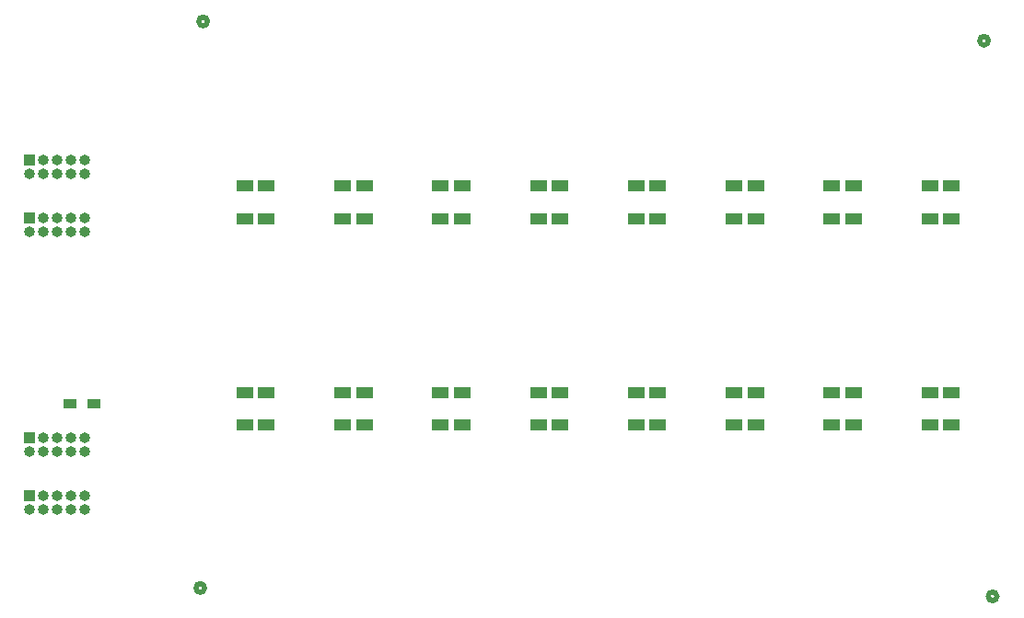
<source format=gts>
G04 #@! TF.GenerationSoftware,KiCad,Pcbnew,(5.1.6-0-10_14)*
G04 #@! TF.CreationDate,2021-06-29T19:39:51+09:00*
G04 #@! TF.ProjectId,qPCR-photodiode,71504352-2d70-4686-9f74-6f64696f6465,rev?*
G04 #@! TF.SameCoordinates,Original*
G04 #@! TF.FileFunction,Soldermask,Top*
G04 #@! TF.FilePolarity,Negative*
%FSLAX46Y46*%
G04 Gerber Fmt 4.6, Leading zero omitted, Abs format (unit mm)*
G04 Created by KiCad (PCBNEW (5.1.6-0-10_14)) date 2021-06-29 19:39:51*
%MOMM*%
%LPD*%
G01*
G04 APERTURE LIST*
%ADD10C,0.475000*%
%ADD11O,1.000000X1.000000*%
%ADD12R,1.000000X1.000000*%
%ADD13R,1.600000X1.000000*%
%ADD14R,1.200000X0.900000*%
G04 APERTURE END LIST*
D10*
X102160000Y-73840000D02*
G75*
G03*
X102160000Y-73840000I-400000J0D01*
G01*
X173970000Y-75610000D02*
G75*
G03*
X173970000Y-75610000I-400000J0D01*
G01*
X174750000Y-126770000D02*
G75*
G03*
X174750000Y-126770000I-400000J0D01*
G01*
X101900000Y-126000000D02*
G75*
G03*
X101900000Y-126000000I-400000J0D01*
G01*
D11*
X90910204Y-93198814D03*
X90910204Y-91928814D03*
X89640204Y-93198814D03*
X89640204Y-91928814D03*
X88370204Y-93198814D03*
X88370204Y-91928814D03*
X87100204Y-93198814D03*
X87100204Y-91928814D03*
X85830204Y-93198814D03*
D12*
X85830204Y-91928814D03*
D13*
X105578789Y-88998367D03*
X105578789Y-91998367D03*
X107578789Y-91998367D03*
X107578789Y-88998367D03*
X105578789Y-107997934D03*
X105578789Y-110997934D03*
X107578789Y-110997934D03*
X107578789Y-107997934D03*
X114578789Y-107997934D03*
X114578789Y-110997934D03*
X116578789Y-110997934D03*
X116578789Y-107997934D03*
X123578789Y-107997934D03*
X123578789Y-110997934D03*
X125578789Y-110997934D03*
X125578789Y-107997934D03*
X132578789Y-107997934D03*
X132578789Y-110997934D03*
X134578789Y-110997934D03*
X134578789Y-107997934D03*
X141578789Y-110997934D03*
X141578789Y-107997934D03*
X143578789Y-107997934D03*
X143578789Y-110997934D03*
X150578789Y-110997934D03*
X150578789Y-107997934D03*
X152578789Y-107997934D03*
X152578789Y-110997934D03*
X159578789Y-110997934D03*
X159578789Y-107997934D03*
X161578789Y-107997934D03*
X161578789Y-110997934D03*
X168578789Y-110997934D03*
X168578789Y-107997934D03*
X170578789Y-107997934D03*
X170578789Y-110997934D03*
X114578789Y-88998367D03*
X114578789Y-91998367D03*
X116578789Y-91998367D03*
X116578789Y-88998367D03*
X123578789Y-88998367D03*
X123578789Y-91998367D03*
X125578789Y-91998367D03*
X125578789Y-88998367D03*
X132578789Y-88998367D03*
X132578789Y-91998367D03*
X134578789Y-91998367D03*
X134578789Y-88998367D03*
X141578789Y-91998367D03*
X141578789Y-88998367D03*
X143578789Y-88998367D03*
X143578789Y-91998367D03*
X150578789Y-91998367D03*
X150578789Y-88998367D03*
X152578789Y-88998367D03*
X152578789Y-91998367D03*
X159578789Y-91998367D03*
X159578789Y-88998367D03*
X161578789Y-88998367D03*
X161578789Y-91998367D03*
X168578789Y-91998367D03*
X168578789Y-88998367D03*
X170578789Y-88998367D03*
X170578789Y-91998367D03*
D11*
X90910204Y-118738814D03*
X90910204Y-117468814D03*
X89640204Y-118738814D03*
X89640204Y-117468814D03*
X88370204Y-118738814D03*
X88370204Y-117468814D03*
X87100204Y-118738814D03*
X87100204Y-117468814D03*
X85830204Y-118738814D03*
D12*
X85830204Y-117468814D03*
X85830204Y-112134814D03*
D11*
X85830204Y-113404814D03*
X87100204Y-112134814D03*
X87100204Y-113404814D03*
X88370204Y-112134814D03*
X88370204Y-113404814D03*
X89640204Y-112134814D03*
X89640204Y-113404814D03*
X90910204Y-112134814D03*
X90910204Y-113404814D03*
D12*
X85830204Y-86594814D03*
D11*
X85830204Y-87864814D03*
X87100204Y-86594814D03*
X87100204Y-87864814D03*
X88370204Y-86594814D03*
X88370204Y-87864814D03*
X89640204Y-86594814D03*
X89640204Y-87864814D03*
X90910204Y-86594814D03*
X90910204Y-87864814D03*
D14*
X89540000Y-109000000D03*
X91740000Y-109000000D03*
M02*

</source>
